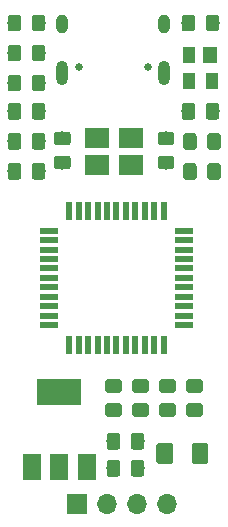
<source format=gbr>
%TF.GenerationSoftware,KiCad,Pcbnew,(5.1.2)-2*%
%TF.CreationDate,2020-02-06T17:00:50+08:00*%
%TF.ProjectId,wing-receiver-lite,77696e67-2d72-4656-9365-697665722d6c,rev?*%
%TF.SameCoordinates,Original*%
%TF.FileFunction,Soldermask,Top*%
%TF.FilePolarity,Negative*%
%FSLAX46Y46*%
G04 Gerber Fmt 4.6, Leading zero omitted, Abs format (unit mm)*
G04 Created by KiCad (PCBNEW (5.1.2)-2) date 2020-02-06 17:00:50*
%MOMM*%
%LPD*%
G04 APERTURE LIST*
%ADD10R,3.800000X2.200000*%
%ADD11R,1.500000X2.200000*%
%ADD12C,0.650000*%
%ADD13O,1.000000X2.100000*%
%ADD14O,1.000000X1.600000*%
%ADD15R,2.100000X1.800000*%
%ADD16R,0.550000X1.500000*%
%ADD17R,1.500000X0.550000*%
%ADD18C,0.350000*%
%ADD19C,1.150000*%
%ADD20O,1.700000X1.700000*%
%ADD21R,1.700000X1.700000*%
%ADD22C,1.425000*%
%ADD23R,1.000000X1.400000*%
%ADD24R,1.200000X1.400000*%
G04 APERTURE END LIST*
D10*
X75184000Y-125882000D03*
D11*
X72884000Y-132182000D03*
X75184000Y-132182000D03*
X77484000Y-132182000D03*
D12*
X82646000Y-98325000D03*
X76866000Y-98325000D03*
D13*
X75436000Y-98855000D03*
X84076000Y-98855000D03*
D14*
X75436000Y-94675000D03*
X84076000Y-94675000D03*
D15*
X78380000Y-104380000D03*
X81280000Y-104380000D03*
X81280000Y-106680000D03*
X78380000Y-106680000D03*
D16*
X84010000Y-121905000D03*
X83210000Y-121905000D03*
X82410000Y-121905000D03*
X81610000Y-121905000D03*
X80810000Y-121905000D03*
X80010000Y-121905000D03*
X79210000Y-121905000D03*
X78410000Y-121905000D03*
X77610000Y-121905000D03*
X76810000Y-121905000D03*
X76010000Y-121905000D03*
D17*
X74310000Y-120205000D03*
X74310000Y-119405000D03*
X74310000Y-118605000D03*
X74310000Y-117805000D03*
X74310000Y-117005000D03*
X74310000Y-116205000D03*
X74310000Y-115405000D03*
X74310000Y-114605000D03*
X74310000Y-113805000D03*
X74310000Y-113005000D03*
X74310000Y-112205000D03*
D16*
X76010000Y-110505000D03*
X76810000Y-110505000D03*
X77610000Y-110505000D03*
X78410000Y-110505000D03*
X79210000Y-110505000D03*
X80010000Y-110505000D03*
X80810000Y-110505000D03*
X81610000Y-110505000D03*
X82410000Y-110505000D03*
X83210000Y-110505000D03*
X84010000Y-110505000D03*
D17*
X85710000Y-112205000D03*
X85710000Y-113005000D03*
X85710000Y-113805000D03*
X85710000Y-114605000D03*
X85710000Y-115405000D03*
X85710000Y-116205000D03*
X85710000Y-117005000D03*
X85710000Y-117805000D03*
X85710000Y-118605000D03*
X85710000Y-119405000D03*
X85710000Y-120205000D03*
D18*
G36*
X71714505Y-101409204D02*
G01*
X71738773Y-101412804D01*
X71762572Y-101418765D01*
X71785671Y-101427030D01*
X71807850Y-101437520D01*
X71828893Y-101450132D01*
X71848599Y-101464747D01*
X71866777Y-101481223D01*
X71883253Y-101499401D01*
X71897868Y-101519107D01*
X71910480Y-101540150D01*
X71920970Y-101562329D01*
X71929235Y-101585428D01*
X71935196Y-101609227D01*
X71938796Y-101633495D01*
X71940000Y-101657999D01*
X71940000Y-102558001D01*
X71938796Y-102582505D01*
X71935196Y-102606773D01*
X71929235Y-102630572D01*
X71920970Y-102653671D01*
X71910480Y-102675850D01*
X71897868Y-102696893D01*
X71883253Y-102716599D01*
X71866777Y-102734777D01*
X71848599Y-102751253D01*
X71828893Y-102765868D01*
X71807850Y-102778480D01*
X71785671Y-102788970D01*
X71762572Y-102797235D01*
X71738773Y-102803196D01*
X71714505Y-102806796D01*
X71690001Y-102808000D01*
X71039999Y-102808000D01*
X71015495Y-102806796D01*
X70991227Y-102803196D01*
X70967428Y-102797235D01*
X70944329Y-102788970D01*
X70922150Y-102778480D01*
X70901107Y-102765868D01*
X70881401Y-102751253D01*
X70863223Y-102734777D01*
X70846747Y-102716599D01*
X70832132Y-102696893D01*
X70819520Y-102675850D01*
X70809030Y-102653671D01*
X70800765Y-102630572D01*
X70794804Y-102606773D01*
X70791204Y-102582505D01*
X70790000Y-102558001D01*
X70790000Y-101657999D01*
X70791204Y-101633495D01*
X70794804Y-101609227D01*
X70800765Y-101585428D01*
X70809030Y-101562329D01*
X70819520Y-101540150D01*
X70832132Y-101519107D01*
X70846747Y-101499401D01*
X70863223Y-101481223D01*
X70881401Y-101464747D01*
X70901107Y-101450132D01*
X70922150Y-101437520D01*
X70944329Y-101427030D01*
X70967428Y-101418765D01*
X70991227Y-101412804D01*
X71015495Y-101409204D01*
X71039999Y-101408000D01*
X71690001Y-101408000D01*
X71714505Y-101409204D01*
X71714505Y-101409204D01*
G37*
D19*
X71365000Y-102108000D03*
D18*
G36*
X73764505Y-101409204D02*
G01*
X73788773Y-101412804D01*
X73812572Y-101418765D01*
X73835671Y-101427030D01*
X73857850Y-101437520D01*
X73878893Y-101450132D01*
X73898599Y-101464747D01*
X73916777Y-101481223D01*
X73933253Y-101499401D01*
X73947868Y-101519107D01*
X73960480Y-101540150D01*
X73970970Y-101562329D01*
X73979235Y-101585428D01*
X73985196Y-101609227D01*
X73988796Y-101633495D01*
X73990000Y-101657999D01*
X73990000Y-102558001D01*
X73988796Y-102582505D01*
X73985196Y-102606773D01*
X73979235Y-102630572D01*
X73970970Y-102653671D01*
X73960480Y-102675850D01*
X73947868Y-102696893D01*
X73933253Y-102716599D01*
X73916777Y-102734777D01*
X73898599Y-102751253D01*
X73878893Y-102765868D01*
X73857850Y-102778480D01*
X73835671Y-102788970D01*
X73812572Y-102797235D01*
X73788773Y-102803196D01*
X73764505Y-102806796D01*
X73740001Y-102808000D01*
X73089999Y-102808000D01*
X73065495Y-102806796D01*
X73041227Y-102803196D01*
X73017428Y-102797235D01*
X72994329Y-102788970D01*
X72972150Y-102778480D01*
X72951107Y-102765868D01*
X72931401Y-102751253D01*
X72913223Y-102734777D01*
X72896747Y-102716599D01*
X72882132Y-102696893D01*
X72869520Y-102675850D01*
X72859030Y-102653671D01*
X72850765Y-102630572D01*
X72844804Y-102606773D01*
X72841204Y-102582505D01*
X72840000Y-102558001D01*
X72840000Y-101657999D01*
X72841204Y-101633495D01*
X72844804Y-101609227D01*
X72850765Y-101585428D01*
X72859030Y-101562329D01*
X72869520Y-101540150D01*
X72882132Y-101519107D01*
X72896747Y-101499401D01*
X72913223Y-101481223D01*
X72931401Y-101464747D01*
X72951107Y-101450132D01*
X72972150Y-101437520D01*
X72994329Y-101427030D01*
X73017428Y-101418765D01*
X73041227Y-101412804D01*
X73065495Y-101409204D01*
X73089999Y-101408000D01*
X73740001Y-101408000D01*
X73764505Y-101409204D01*
X73764505Y-101409204D01*
G37*
D19*
X73415000Y-102108000D03*
D18*
G36*
X88623505Y-106489204D02*
G01*
X88647773Y-106492804D01*
X88671572Y-106498765D01*
X88694671Y-106507030D01*
X88716850Y-106517520D01*
X88737893Y-106530132D01*
X88757599Y-106544747D01*
X88775777Y-106561223D01*
X88792253Y-106579401D01*
X88806868Y-106599107D01*
X88819480Y-106620150D01*
X88829970Y-106642329D01*
X88838235Y-106665428D01*
X88844196Y-106689227D01*
X88847796Y-106713495D01*
X88849000Y-106737999D01*
X88849000Y-107638001D01*
X88847796Y-107662505D01*
X88844196Y-107686773D01*
X88838235Y-107710572D01*
X88829970Y-107733671D01*
X88819480Y-107755850D01*
X88806868Y-107776893D01*
X88792253Y-107796599D01*
X88775777Y-107814777D01*
X88757599Y-107831253D01*
X88737893Y-107845868D01*
X88716850Y-107858480D01*
X88694671Y-107868970D01*
X88671572Y-107877235D01*
X88647773Y-107883196D01*
X88623505Y-107886796D01*
X88599001Y-107888000D01*
X87948999Y-107888000D01*
X87924495Y-107886796D01*
X87900227Y-107883196D01*
X87876428Y-107877235D01*
X87853329Y-107868970D01*
X87831150Y-107858480D01*
X87810107Y-107845868D01*
X87790401Y-107831253D01*
X87772223Y-107814777D01*
X87755747Y-107796599D01*
X87741132Y-107776893D01*
X87728520Y-107755850D01*
X87718030Y-107733671D01*
X87709765Y-107710572D01*
X87703804Y-107686773D01*
X87700204Y-107662505D01*
X87699000Y-107638001D01*
X87699000Y-106737999D01*
X87700204Y-106713495D01*
X87703804Y-106689227D01*
X87709765Y-106665428D01*
X87718030Y-106642329D01*
X87728520Y-106620150D01*
X87741132Y-106599107D01*
X87755747Y-106579401D01*
X87772223Y-106561223D01*
X87790401Y-106544747D01*
X87810107Y-106530132D01*
X87831150Y-106517520D01*
X87853329Y-106507030D01*
X87876428Y-106498765D01*
X87900227Y-106492804D01*
X87924495Y-106489204D01*
X87948999Y-106488000D01*
X88599001Y-106488000D01*
X88623505Y-106489204D01*
X88623505Y-106489204D01*
G37*
D19*
X88274000Y-107188000D03*
D18*
G36*
X86573505Y-106489204D02*
G01*
X86597773Y-106492804D01*
X86621572Y-106498765D01*
X86644671Y-106507030D01*
X86666850Y-106517520D01*
X86687893Y-106530132D01*
X86707599Y-106544747D01*
X86725777Y-106561223D01*
X86742253Y-106579401D01*
X86756868Y-106599107D01*
X86769480Y-106620150D01*
X86779970Y-106642329D01*
X86788235Y-106665428D01*
X86794196Y-106689227D01*
X86797796Y-106713495D01*
X86799000Y-106737999D01*
X86799000Y-107638001D01*
X86797796Y-107662505D01*
X86794196Y-107686773D01*
X86788235Y-107710572D01*
X86779970Y-107733671D01*
X86769480Y-107755850D01*
X86756868Y-107776893D01*
X86742253Y-107796599D01*
X86725777Y-107814777D01*
X86707599Y-107831253D01*
X86687893Y-107845868D01*
X86666850Y-107858480D01*
X86644671Y-107868970D01*
X86621572Y-107877235D01*
X86597773Y-107883196D01*
X86573505Y-107886796D01*
X86549001Y-107888000D01*
X85898999Y-107888000D01*
X85874495Y-107886796D01*
X85850227Y-107883196D01*
X85826428Y-107877235D01*
X85803329Y-107868970D01*
X85781150Y-107858480D01*
X85760107Y-107845868D01*
X85740401Y-107831253D01*
X85722223Y-107814777D01*
X85705747Y-107796599D01*
X85691132Y-107776893D01*
X85678520Y-107755850D01*
X85668030Y-107733671D01*
X85659765Y-107710572D01*
X85653804Y-107686773D01*
X85650204Y-107662505D01*
X85649000Y-107638001D01*
X85649000Y-106737999D01*
X85650204Y-106713495D01*
X85653804Y-106689227D01*
X85659765Y-106665428D01*
X85668030Y-106642329D01*
X85678520Y-106620150D01*
X85691132Y-106599107D01*
X85705747Y-106579401D01*
X85722223Y-106561223D01*
X85740401Y-106544747D01*
X85760107Y-106530132D01*
X85781150Y-106517520D01*
X85803329Y-106507030D01*
X85826428Y-106498765D01*
X85850227Y-106492804D01*
X85874495Y-106489204D01*
X85898999Y-106488000D01*
X86549001Y-106488000D01*
X86573505Y-106489204D01*
X86573505Y-106489204D01*
G37*
D19*
X86224000Y-107188000D03*
D18*
G36*
X71714505Y-106489204D02*
G01*
X71738773Y-106492804D01*
X71762572Y-106498765D01*
X71785671Y-106507030D01*
X71807850Y-106517520D01*
X71828893Y-106530132D01*
X71848599Y-106544747D01*
X71866777Y-106561223D01*
X71883253Y-106579401D01*
X71897868Y-106599107D01*
X71910480Y-106620150D01*
X71920970Y-106642329D01*
X71929235Y-106665428D01*
X71935196Y-106689227D01*
X71938796Y-106713495D01*
X71940000Y-106737999D01*
X71940000Y-107638001D01*
X71938796Y-107662505D01*
X71935196Y-107686773D01*
X71929235Y-107710572D01*
X71920970Y-107733671D01*
X71910480Y-107755850D01*
X71897868Y-107776893D01*
X71883253Y-107796599D01*
X71866777Y-107814777D01*
X71848599Y-107831253D01*
X71828893Y-107845868D01*
X71807850Y-107858480D01*
X71785671Y-107868970D01*
X71762572Y-107877235D01*
X71738773Y-107883196D01*
X71714505Y-107886796D01*
X71690001Y-107888000D01*
X71039999Y-107888000D01*
X71015495Y-107886796D01*
X70991227Y-107883196D01*
X70967428Y-107877235D01*
X70944329Y-107868970D01*
X70922150Y-107858480D01*
X70901107Y-107845868D01*
X70881401Y-107831253D01*
X70863223Y-107814777D01*
X70846747Y-107796599D01*
X70832132Y-107776893D01*
X70819520Y-107755850D01*
X70809030Y-107733671D01*
X70800765Y-107710572D01*
X70794804Y-107686773D01*
X70791204Y-107662505D01*
X70790000Y-107638001D01*
X70790000Y-106737999D01*
X70791204Y-106713495D01*
X70794804Y-106689227D01*
X70800765Y-106665428D01*
X70809030Y-106642329D01*
X70819520Y-106620150D01*
X70832132Y-106599107D01*
X70846747Y-106579401D01*
X70863223Y-106561223D01*
X70881401Y-106544747D01*
X70901107Y-106530132D01*
X70922150Y-106517520D01*
X70944329Y-106507030D01*
X70967428Y-106498765D01*
X70991227Y-106492804D01*
X71015495Y-106489204D01*
X71039999Y-106488000D01*
X71690001Y-106488000D01*
X71714505Y-106489204D01*
X71714505Y-106489204D01*
G37*
D19*
X71365000Y-107188000D03*
D18*
G36*
X73764505Y-106489204D02*
G01*
X73788773Y-106492804D01*
X73812572Y-106498765D01*
X73835671Y-106507030D01*
X73857850Y-106517520D01*
X73878893Y-106530132D01*
X73898599Y-106544747D01*
X73916777Y-106561223D01*
X73933253Y-106579401D01*
X73947868Y-106599107D01*
X73960480Y-106620150D01*
X73970970Y-106642329D01*
X73979235Y-106665428D01*
X73985196Y-106689227D01*
X73988796Y-106713495D01*
X73990000Y-106737999D01*
X73990000Y-107638001D01*
X73988796Y-107662505D01*
X73985196Y-107686773D01*
X73979235Y-107710572D01*
X73970970Y-107733671D01*
X73960480Y-107755850D01*
X73947868Y-107776893D01*
X73933253Y-107796599D01*
X73916777Y-107814777D01*
X73898599Y-107831253D01*
X73878893Y-107845868D01*
X73857850Y-107858480D01*
X73835671Y-107868970D01*
X73812572Y-107877235D01*
X73788773Y-107883196D01*
X73764505Y-107886796D01*
X73740001Y-107888000D01*
X73089999Y-107888000D01*
X73065495Y-107886796D01*
X73041227Y-107883196D01*
X73017428Y-107877235D01*
X72994329Y-107868970D01*
X72972150Y-107858480D01*
X72951107Y-107845868D01*
X72931401Y-107831253D01*
X72913223Y-107814777D01*
X72896747Y-107796599D01*
X72882132Y-107776893D01*
X72869520Y-107755850D01*
X72859030Y-107733671D01*
X72850765Y-107710572D01*
X72844804Y-107686773D01*
X72841204Y-107662505D01*
X72840000Y-107638001D01*
X72840000Y-106737999D01*
X72841204Y-106713495D01*
X72844804Y-106689227D01*
X72850765Y-106665428D01*
X72859030Y-106642329D01*
X72869520Y-106620150D01*
X72882132Y-106599107D01*
X72896747Y-106579401D01*
X72913223Y-106561223D01*
X72931401Y-106544747D01*
X72951107Y-106530132D01*
X72972150Y-106517520D01*
X72994329Y-106507030D01*
X73017428Y-106498765D01*
X73041227Y-106492804D01*
X73065495Y-106489204D01*
X73089999Y-106488000D01*
X73740001Y-106488000D01*
X73764505Y-106489204D01*
X73764505Y-106489204D01*
G37*
D19*
X73415000Y-107188000D03*
D18*
G36*
X71714505Y-96456204D02*
G01*
X71738773Y-96459804D01*
X71762572Y-96465765D01*
X71785671Y-96474030D01*
X71807850Y-96484520D01*
X71828893Y-96497132D01*
X71848599Y-96511747D01*
X71866777Y-96528223D01*
X71883253Y-96546401D01*
X71897868Y-96566107D01*
X71910480Y-96587150D01*
X71920970Y-96609329D01*
X71929235Y-96632428D01*
X71935196Y-96656227D01*
X71938796Y-96680495D01*
X71940000Y-96704999D01*
X71940000Y-97605001D01*
X71938796Y-97629505D01*
X71935196Y-97653773D01*
X71929235Y-97677572D01*
X71920970Y-97700671D01*
X71910480Y-97722850D01*
X71897868Y-97743893D01*
X71883253Y-97763599D01*
X71866777Y-97781777D01*
X71848599Y-97798253D01*
X71828893Y-97812868D01*
X71807850Y-97825480D01*
X71785671Y-97835970D01*
X71762572Y-97844235D01*
X71738773Y-97850196D01*
X71714505Y-97853796D01*
X71690001Y-97855000D01*
X71039999Y-97855000D01*
X71015495Y-97853796D01*
X70991227Y-97850196D01*
X70967428Y-97844235D01*
X70944329Y-97835970D01*
X70922150Y-97825480D01*
X70901107Y-97812868D01*
X70881401Y-97798253D01*
X70863223Y-97781777D01*
X70846747Y-97763599D01*
X70832132Y-97743893D01*
X70819520Y-97722850D01*
X70809030Y-97700671D01*
X70800765Y-97677572D01*
X70794804Y-97653773D01*
X70791204Y-97629505D01*
X70790000Y-97605001D01*
X70790000Y-96704999D01*
X70791204Y-96680495D01*
X70794804Y-96656227D01*
X70800765Y-96632428D01*
X70809030Y-96609329D01*
X70819520Y-96587150D01*
X70832132Y-96566107D01*
X70846747Y-96546401D01*
X70863223Y-96528223D01*
X70881401Y-96511747D01*
X70901107Y-96497132D01*
X70922150Y-96484520D01*
X70944329Y-96474030D01*
X70967428Y-96465765D01*
X70991227Y-96459804D01*
X71015495Y-96456204D01*
X71039999Y-96455000D01*
X71690001Y-96455000D01*
X71714505Y-96456204D01*
X71714505Y-96456204D01*
G37*
D19*
X71365000Y-97155000D03*
D18*
G36*
X73764505Y-96456204D02*
G01*
X73788773Y-96459804D01*
X73812572Y-96465765D01*
X73835671Y-96474030D01*
X73857850Y-96484520D01*
X73878893Y-96497132D01*
X73898599Y-96511747D01*
X73916777Y-96528223D01*
X73933253Y-96546401D01*
X73947868Y-96566107D01*
X73960480Y-96587150D01*
X73970970Y-96609329D01*
X73979235Y-96632428D01*
X73985196Y-96656227D01*
X73988796Y-96680495D01*
X73990000Y-96704999D01*
X73990000Y-97605001D01*
X73988796Y-97629505D01*
X73985196Y-97653773D01*
X73979235Y-97677572D01*
X73970970Y-97700671D01*
X73960480Y-97722850D01*
X73947868Y-97743893D01*
X73933253Y-97763599D01*
X73916777Y-97781777D01*
X73898599Y-97798253D01*
X73878893Y-97812868D01*
X73857850Y-97825480D01*
X73835671Y-97835970D01*
X73812572Y-97844235D01*
X73788773Y-97850196D01*
X73764505Y-97853796D01*
X73740001Y-97855000D01*
X73089999Y-97855000D01*
X73065495Y-97853796D01*
X73041227Y-97850196D01*
X73017428Y-97844235D01*
X72994329Y-97835970D01*
X72972150Y-97825480D01*
X72951107Y-97812868D01*
X72931401Y-97798253D01*
X72913223Y-97781777D01*
X72896747Y-97763599D01*
X72882132Y-97743893D01*
X72869520Y-97722850D01*
X72859030Y-97700671D01*
X72850765Y-97677572D01*
X72844804Y-97653773D01*
X72841204Y-97629505D01*
X72840000Y-97605001D01*
X72840000Y-96704999D01*
X72841204Y-96680495D01*
X72844804Y-96656227D01*
X72850765Y-96632428D01*
X72859030Y-96609329D01*
X72869520Y-96587150D01*
X72882132Y-96566107D01*
X72896747Y-96546401D01*
X72913223Y-96528223D01*
X72931401Y-96511747D01*
X72951107Y-96497132D01*
X72972150Y-96484520D01*
X72994329Y-96474030D01*
X73017428Y-96465765D01*
X73041227Y-96459804D01*
X73065495Y-96456204D01*
X73089999Y-96455000D01*
X73740001Y-96455000D01*
X73764505Y-96456204D01*
X73764505Y-96456204D01*
G37*
D19*
X73415000Y-97155000D03*
D18*
G36*
X73764505Y-103949204D02*
G01*
X73788773Y-103952804D01*
X73812572Y-103958765D01*
X73835671Y-103967030D01*
X73857850Y-103977520D01*
X73878893Y-103990132D01*
X73898599Y-104004747D01*
X73916777Y-104021223D01*
X73933253Y-104039401D01*
X73947868Y-104059107D01*
X73960480Y-104080150D01*
X73970970Y-104102329D01*
X73979235Y-104125428D01*
X73985196Y-104149227D01*
X73988796Y-104173495D01*
X73990000Y-104197999D01*
X73990000Y-105098001D01*
X73988796Y-105122505D01*
X73985196Y-105146773D01*
X73979235Y-105170572D01*
X73970970Y-105193671D01*
X73960480Y-105215850D01*
X73947868Y-105236893D01*
X73933253Y-105256599D01*
X73916777Y-105274777D01*
X73898599Y-105291253D01*
X73878893Y-105305868D01*
X73857850Y-105318480D01*
X73835671Y-105328970D01*
X73812572Y-105337235D01*
X73788773Y-105343196D01*
X73764505Y-105346796D01*
X73740001Y-105348000D01*
X73089999Y-105348000D01*
X73065495Y-105346796D01*
X73041227Y-105343196D01*
X73017428Y-105337235D01*
X72994329Y-105328970D01*
X72972150Y-105318480D01*
X72951107Y-105305868D01*
X72931401Y-105291253D01*
X72913223Y-105274777D01*
X72896747Y-105256599D01*
X72882132Y-105236893D01*
X72869520Y-105215850D01*
X72859030Y-105193671D01*
X72850765Y-105170572D01*
X72844804Y-105146773D01*
X72841204Y-105122505D01*
X72840000Y-105098001D01*
X72840000Y-104197999D01*
X72841204Y-104173495D01*
X72844804Y-104149227D01*
X72850765Y-104125428D01*
X72859030Y-104102329D01*
X72869520Y-104080150D01*
X72882132Y-104059107D01*
X72896747Y-104039401D01*
X72913223Y-104021223D01*
X72931401Y-104004747D01*
X72951107Y-103990132D01*
X72972150Y-103977520D01*
X72994329Y-103967030D01*
X73017428Y-103958765D01*
X73041227Y-103952804D01*
X73065495Y-103949204D01*
X73089999Y-103948000D01*
X73740001Y-103948000D01*
X73764505Y-103949204D01*
X73764505Y-103949204D01*
G37*
D19*
X73415000Y-104648000D03*
D18*
G36*
X71714505Y-103949204D02*
G01*
X71738773Y-103952804D01*
X71762572Y-103958765D01*
X71785671Y-103967030D01*
X71807850Y-103977520D01*
X71828893Y-103990132D01*
X71848599Y-104004747D01*
X71866777Y-104021223D01*
X71883253Y-104039401D01*
X71897868Y-104059107D01*
X71910480Y-104080150D01*
X71920970Y-104102329D01*
X71929235Y-104125428D01*
X71935196Y-104149227D01*
X71938796Y-104173495D01*
X71940000Y-104197999D01*
X71940000Y-105098001D01*
X71938796Y-105122505D01*
X71935196Y-105146773D01*
X71929235Y-105170572D01*
X71920970Y-105193671D01*
X71910480Y-105215850D01*
X71897868Y-105236893D01*
X71883253Y-105256599D01*
X71866777Y-105274777D01*
X71848599Y-105291253D01*
X71828893Y-105305868D01*
X71807850Y-105318480D01*
X71785671Y-105328970D01*
X71762572Y-105337235D01*
X71738773Y-105343196D01*
X71714505Y-105346796D01*
X71690001Y-105348000D01*
X71039999Y-105348000D01*
X71015495Y-105346796D01*
X70991227Y-105343196D01*
X70967428Y-105337235D01*
X70944329Y-105328970D01*
X70922150Y-105318480D01*
X70901107Y-105305868D01*
X70881401Y-105291253D01*
X70863223Y-105274777D01*
X70846747Y-105256599D01*
X70832132Y-105236893D01*
X70819520Y-105215850D01*
X70809030Y-105193671D01*
X70800765Y-105170572D01*
X70794804Y-105146773D01*
X70791204Y-105122505D01*
X70790000Y-105098001D01*
X70790000Y-104197999D01*
X70791204Y-104173495D01*
X70794804Y-104149227D01*
X70800765Y-104125428D01*
X70809030Y-104102329D01*
X70819520Y-104080150D01*
X70832132Y-104059107D01*
X70846747Y-104039401D01*
X70863223Y-104021223D01*
X70881401Y-104004747D01*
X70901107Y-103990132D01*
X70922150Y-103977520D01*
X70944329Y-103967030D01*
X70967428Y-103958765D01*
X70991227Y-103952804D01*
X71015495Y-103949204D01*
X71039999Y-103948000D01*
X71690001Y-103948000D01*
X71714505Y-103949204D01*
X71714505Y-103949204D01*
G37*
D19*
X71365000Y-104648000D03*
D18*
G36*
X86573505Y-103949204D02*
G01*
X86597773Y-103952804D01*
X86621572Y-103958765D01*
X86644671Y-103967030D01*
X86666850Y-103977520D01*
X86687893Y-103990132D01*
X86707599Y-104004747D01*
X86725777Y-104021223D01*
X86742253Y-104039401D01*
X86756868Y-104059107D01*
X86769480Y-104080150D01*
X86779970Y-104102329D01*
X86788235Y-104125428D01*
X86794196Y-104149227D01*
X86797796Y-104173495D01*
X86799000Y-104197999D01*
X86799000Y-105098001D01*
X86797796Y-105122505D01*
X86794196Y-105146773D01*
X86788235Y-105170572D01*
X86779970Y-105193671D01*
X86769480Y-105215850D01*
X86756868Y-105236893D01*
X86742253Y-105256599D01*
X86725777Y-105274777D01*
X86707599Y-105291253D01*
X86687893Y-105305868D01*
X86666850Y-105318480D01*
X86644671Y-105328970D01*
X86621572Y-105337235D01*
X86597773Y-105343196D01*
X86573505Y-105346796D01*
X86549001Y-105348000D01*
X85898999Y-105348000D01*
X85874495Y-105346796D01*
X85850227Y-105343196D01*
X85826428Y-105337235D01*
X85803329Y-105328970D01*
X85781150Y-105318480D01*
X85760107Y-105305868D01*
X85740401Y-105291253D01*
X85722223Y-105274777D01*
X85705747Y-105256599D01*
X85691132Y-105236893D01*
X85678520Y-105215850D01*
X85668030Y-105193671D01*
X85659765Y-105170572D01*
X85653804Y-105146773D01*
X85650204Y-105122505D01*
X85649000Y-105098001D01*
X85649000Y-104197999D01*
X85650204Y-104173495D01*
X85653804Y-104149227D01*
X85659765Y-104125428D01*
X85668030Y-104102329D01*
X85678520Y-104080150D01*
X85691132Y-104059107D01*
X85705747Y-104039401D01*
X85722223Y-104021223D01*
X85740401Y-104004747D01*
X85760107Y-103990132D01*
X85781150Y-103977520D01*
X85803329Y-103967030D01*
X85826428Y-103958765D01*
X85850227Y-103952804D01*
X85874495Y-103949204D01*
X85898999Y-103948000D01*
X86549001Y-103948000D01*
X86573505Y-103949204D01*
X86573505Y-103949204D01*
G37*
D19*
X86224000Y-104648000D03*
D18*
G36*
X88623505Y-103949204D02*
G01*
X88647773Y-103952804D01*
X88671572Y-103958765D01*
X88694671Y-103967030D01*
X88716850Y-103977520D01*
X88737893Y-103990132D01*
X88757599Y-104004747D01*
X88775777Y-104021223D01*
X88792253Y-104039401D01*
X88806868Y-104059107D01*
X88819480Y-104080150D01*
X88829970Y-104102329D01*
X88838235Y-104125428D01*
X88844196Y-104149227D01*
X88847796Y-104173495D01*
X88849000Y-104197999D01*
X88849000Y-105098001D01*
X88847796Y-105122505D01*
X88844196Y-105146773D01*
X88838235Y-105170572D01*
X88829970Y-105193671D01*
X88819480Y-105215850D01*
X88806868Y-105236893D01*
X88792253Y-105256599D01*
X88775777Y-105274777D01*
X88757599Y-105291253D01*
X88737893Y-105305868D01*
X88716850Y-105318480D01*
X88694671Y-105328970D01*
X88671572Y-105337235D01*
X88647773Y-105343196D01*
X88623505Y-105346796D01*
X88599001Y-105348000D01*
X87948999Y-105348000D01*
X87924495Y-105346796D01*
X87900227Y-105343196D01*
X87876428Y-105337235D01*
X87853329Y-105328970D01*
X87831150Y-105318480D01*
X87810107Y-105305868D01*
X87790401Y-105291253D01*
X87772223Y-105274777D01*
X87755747Y-105256599D01*
X87741132Y-105236893D01*
X87728520Y-105215850D01*
X87718030Y-105193671D01*
X87709765Y-105170572D01*
X87703804Y-105146773D01*
X87700204Y-105122505D01*
X87699000Y-105098001D01*
X87699000Y-104197999D01*
X87700204Y-104173495D01*
X87703804Y-104149227D01*
X87709765Y-104125428D01*
X87718030Y-104102329D01*
X87728520Y-104080150D01*
X87741132Y-104059107D01*
X87755747Y-104039401D01*
X87772223Y-104021223D01*
X87790401Y-104004747D01*
X87810107Y-103990132D01*
X87831150Y-103977520D01*
X87853329Y-103967030D01*
X87876428Y-103958765D01*
X87900227Y-103952804D01*
X87924495Y-103949204D01*
X87948999Y-103948000D01*
X88599001Y-103948000D01*
X88623505Y-103949204D01*
X88623505Y-103949204D01*
G37*
D19*
X88274000Y-104648000D03*
D18*
G36*
X88496505Y-101409204D02*
G01*
X88520773Y-101412804D01*
X88544572Y-101418765D01*
X88567671Y-101427030D01*
X88589850Y-101437520D01*
X88610893Y-101450132D01*
X88630599Y-101464747D01*
X88648777Y-101481223D01*
X88665253Y-101499401D01*
X88679868Y-101519107D01*
X88692480Y-101540150D01*
X88702970Y-101562329D01*
X88711235Y-101585428D01*
X88717196Y-101609227D01*
X88720796Y-101633495D01*
X88722000Y-101657999D01*
X88722000Y-102558001D01*
X88720796Y-102582505D01*
X88717196Y-102606773D01*
X88711235Y-102630572D01*
X88702970Y-102653671D01*
X88692480Y-102675850D01*
X88679868Y-102696893D01*
X88665253Y-102716599D01*
X88648777Y-102734777D01*
X88630599Y-102751253D01*
X88610893Y-102765868D01*
X88589850Y-102778480D01*
X88567671Y-102788970D01*
X88544572Y-102797235D01*
X88520773Y-102803196D01*
X88496505Y-102806796D01*
X88472001Y-102808000D01*
X87821999Y-102808000D01*
X87797495Y-102806796D01*
X87773227Y-102803196D01*
X87749428Y-102797235D01*
X87726329Y-102788970D01*
X87704150Y-102778480D01*
X87683107Y-102765868D01*
X87663401Y-102751253D01*
X87645223Y-102734777D01*
X87628747Y-102716599D01*
X87614132Y-102696893D01*
X87601520Y-102675850D01*
X87591030Y-102653671D01*
X87582765Y-102630572D01*
X87576804Y-102606773D01*
X87573204Y-102582505D01*
X87572000Y-102558001D01*
X87572000Y-101657999D01*
X87573204Y-101633495D01*
X87576804Y-101609227D01*
X87582765Y-101585428D01*
X87591030Y-101562329D01*
X87601520Y-101540150D01*
X87614132Y-101519107D01*
X87628747Y-101499401D01*
X87645223Y-101481223D01*
X87663401Y-101464747D01*
X87683107Y-101450132D01*
X87704150Y-101437520D01*
X87726329Y-101427030D01*
X87749428Y-101418765D01*
X87773227Y-101412804D01*
X87797495Y-101409204D01*
X87821999Y-101408000D01*
X88472001Y-101408000D01*
X88496505Y-101409204D01*
X88496505Y-101409204D01*
G37*
D19*
X88147000Y-102108000D03*
D18*
G36*
X86446505Y-101409204D02*
G01*
X86470773Y-101412804D01*
X86494572Y-101418765D01*
X86517671Y-101427030D01*
X86539850Y-101437520D01*
X86560893Y-101450132D01*
X86580599Y-101464747D01*
X86598777Y-101481223D01*
X86615253Y-101499401D01*
X86629868Y-101519107D01*
X86642480Y-101540150D01*
X86652970Y-101562329D01*
X86661235Y-101585428D01*
X86667196Y-101609227D01*
X86670796Y-101633495D01*
X86672000Y-101657999D01*
X86672000Y-102558001D01*
X86670796Y-102582505D01*
X86667196Y-102606773D01*
X86661235Y-102630572D01*
X86652970Y-102653671D01*
X86642480Y-102675850D01*
X86629868Y-102696893D01*
X86615253Y-102716599D01*
X86598777Y-102734777D01*
X86580599Y-102751253D01*
X86560893Y-102765868D01*
X86539850Y-102778480D01*
X86517671Y-102788970D01*
X86494572Y-102797235D01*
X86470773Y-102803196D01*
X86446505Y-102806796D01*
X86422001Y-102808000D01*
X85771999Y-102808000D01*
X85747495Y-102806796D01*
X85723227Y-102803196D01*
X85699428Y-102797235D01*
X85676329Y-102788970D01*
X85654150Y-102778480D01*
X85633107Y-102765868D01*
X85613401Y-102751253D01*
X85595223Y-102734777D01*
X85578747Y-102716599D01*
X85564132Y-102696893D01*
X85551520Y-102675850D01*
X85541030Y-102653671D01*
X85532765Y-102630572D01*
X85526804Y-102606773D01*
X85523204Y-102582505D01*
X85522000Y-102558001D01*
X85522000Y-101657999D01*
X85523204Y-101633495D01*
X85526804Y-101609227D01*
X85532765Y-101585428D01*
X85541030Y-101562329D01*
X85551520Y-101540150D01*
X85564132Y-101519107D01*
X85578747Y-101499401D01*
X85595223Y-101481223D01*
X85613401Y-101464747D01*
X85633107Y-101450132D01*
X85654150Y-101437520D01*
X85676329Y-101427030D01*
X85699428Y-101418765D01*
X85723227Y-101412804D01*
X85747495Y-101409204D01*
X85771999Y-101408000D01*
X86422001Y-101408000D01*
X86446505Y-101409204D01*
X86446505Y-101409204D01*
G37*
D19*
X86097000Y-102108000D03*
D18*
G36*
X88496505Y-93916204D02*
G01*
X88520773Y-93919804D01*
X88544572Y-93925765D01*
X88567671Y-93934030D01*
X88589850Y-93944520D01*
X88610893Y-93957132D01*
X88630599Y-93971747D01*
X88648777Y-93988223D01*
X88665253Y-94006401D01*
X88679868Y-94026107D01*
X88692480Y-94047150D01*
X88702970Y-94069329D01*
X88711235Y-94092428D01*
X88717196Y-94116227D01*
X88720796Y-94140495D01*
X88722000Y-94164999D01*
X88722000Y-95065001D01*
X88720796Y-95089505D01*
X88717196Y-95113773D01*
X88711235Y-95137572D01*
X88702970Y-95160671D01*
X88692480Y-95182850D01*
X88679868Y-95203893D01*
X88665253Y-95223599D01*
X88648777Y-95241777D01*
X88630599Y-95258253D01*
X88610893Y-95272868D01*
X88589850Y-95285480D01*
X88567671Y-95295970D01*
X88544572Y-95304235D01*
X88520773Y-95310196D01*
X88496505Y-95313796D01*
X88472001Y-95315000D01*
X87821999Y-95315000D01*
X87797495Y-95313796D01*
X87773227Y-95310196D01*
X87749428Y-95304235D01*
X87726329Y-95295970D01*
X87704150Y-95285480D01*
X87683107Y-95272868D01*
X87663401Y-95258253D01*
X87645223Y-95241777D01*
X87628747Y-95223599D01*
X87614132Y-95203893D01*
X87601520Y-95182850D01*
X87591030Y-95160671D01*
X87582765Y-95137572D01*
X87576804Y-95113773D01*
X87573204Y-95089505D01*
X87572000Y-95065001D01*
X87572000Y-94164999D01*
X87573204Y-94140495D01*
X87576804Y-94116227D01*
X87582765Y-94092428D01*
X87591030Y-94069329D01*
X87601520Y-94047150D01*
X87614132Y-94026107D01*
X87628747Y-94006401D01*
X87645223Y-93988223D01*
X87663401Y-93971747D01*
X87683107Y-93957132D01*
X87704150Y-93944520D01*
X87726329Y-93934030D01*
X87749428Y-93925765D01*
X87773227Y-93919804D01*
X87797495Y-93916204D01*
X87821999Y-93915000D01*
X88472001Y-93915000D01*
X88496505Y-93916204D01*
X88496505Y-93916204D01*
G37*
D19*
X88147000Y-94615000D03*
D18*
G36*
X86446505Y-93916204D02*
G01*
X86470773Y-93919804D01*
X86494572Y-93925765D01*
X86517671Y-93934030D01*
X86539850Y-93944520D01*
X86560893Y-93957132D01*
X86580599Y-93971747D01*
X86598777Y-93988223D01*
X86615253Y-94006401D01*
X86629868Y-94026107D01*
X86642480Y-94047150D01*
X86652970Y-94069329D01*
X86661235Y-94092428D01*
X86667196Y-94116227D01*
X86670796Y-94140495D01*
X86672000Y-94164999D01*
X86672000Y-95065001D01*
X86670796Y-95089505D01*
X86667196Y-95113773D01*
X86661235Y-95137572D01*
X86652970Y-95160671D01*
X86642480Y-95182850D01*
X86629868Y-95203893D01*
X86615253Y-95223599D01*
X86598777Y-95241777D01*
X86580599Y-95258253D01*
X86560893Y-95272868D01*
X86539850Y-95285480D01*
X86517671Y-95295970D01*
X86494572Y-95304235D01*
X86470773Y-95310196D01*
X86446505Y-95313796D01*
X86422001Y-95315000D01*
X85771999Y-95315000D01*
X85747495Y-95313796D01*
X85723227Y-95310196D01*
X85699428Y-95304235D01*
X85676329Y-95295970D01*
X85654150Y-95285480D01*
X85633107Y-95272868D01*
X85613401Y-95258253D01*
X85595223Y-95241777D01*
X85578747Y-95223599D01*
X85564132Y-95203893D01*
X85551520Y-95182850D01*
X85541030Y-95160671D01*
X85532765Y-95137572D01*
X85526804Y-95113773D01*
X85523204Y-95089505D01*
X85522000Y-95065001D01*
X85522000Y-94164999D01*
X85523204Y-94140495D01*
X85526804Y-94116227D01*
X85532765Y-94092428D01*
X85541030Y-94069329D01*
X85551520Y-94047150D01*
X85564132Y-94026107D01*
X85578747Y-94006401D01*
X85595223Y-93988223D01*
X85613401Y-93971747D01*
X85633107Y-93957132D01*
X85654150Y-93944520D01*
X85676329Y-93934030D01*
X85699428Y-93925765D01*
X85723227Y-93919804D01*
X85747495Y-93916204D01*
X85771999Y-93915000D01*
X86422001Y-93915000D01*
X86446505Y-93916204D01*
X86446505Y-93916204D01*
G37*
D19*
X86097000Y-94615000D03*
D18*
G36*
X71714505Y-93916204D02*
G01*
X71738773Y-93919804D01*
X71762572Y-93925765D01*
X71785671Y-93934030D01*
X71807850Y-93944520D01*
X71828893Y-93957132D01*
X71848599Y-93971747D01*
X71866777Y-93988223D01*
X71883253Y-94006401D01*
X71897868Y-94026107D01*
X71910480Y-94047150D01*
X71920970Y-94069329D01*
X71929235Y-94092428D01*
X71935196Y-94116227D01*
X71938796Y-94140495D01*
X71940000Y-94164999D01*
X71940000Y-95065001D01*
X71938796Y-95089505D01*
X71935196Y-95113773D01*
X71929235Y-95137572D01*
X71920970Y-95160671D01*
X71910480Y-95182850D01*
X71897868Y-95203893D01*
X71883253Y-95223599D01*
X71866777Y-95241777D01*
X71848599Y-95258253D01*
X71828893Y-95272868D01*
X71807850Y-95285480D01*
X71785671Y-95295970D01*
X71762572Y-95304235D01*
X71738773Y-95310196D01*
X71714505Y-95313796D01*
X71690001Y-95315000D01*
X71039999Y-95315000D01*
X71015495Y-95313796D01*
X70991227Y-95310196D01*
X70967428Y-95304235D01*
X70944329Y-95295970D01*
X70922150Y-95285480D01*
X70901107Y-95272868D01*
X70881401Y-95258253D01*
X70863223Y-95241777D01*
X70846747Y-95223599D01*
X70832132Y-95203893D01*
X70819520Y-95182850D01*
X70809030Y-95160671D01*
X70800765Y-95137572D01*
X70794804Y-95113773D01*
X70791204Y-95089505D01*
X70790000Y-95065001D01*
X70790000Y-94164999D01*
X70791204Y-94140495D01*
X70794804Y-94116227D01*
X70800765Y-94092428D01*
X70809030Y-94069329D01*
X70819520Y-94047150D01*
X70832132Y-94026107D01*
X70846747Y-94006401D01*
X70863223Y-93988223D01*
X70881401Y-93971747D01*
X70901107Y-93957132D01*
X70922150Y-93944520D01*
X70944329Y-93934030D01*
X70967428Y-93925765D01*
X70991227Y-93919804D01*
X71015495Y-93916204D01*
X71039999Y-93915000D01*
X71690001Y-93915000D01*
X71714505Y-93916204D01*
X71714505Y-93916204D01*
G37*
D19*
X71365000Y-94615000D03*
D18*
G36*
X73764505Y-93916204D02*
G01*
X73788773Y-93919804D01*
X73812572Y-93925765D01*
X73835671Y-93934030D01*
X73857850Y-93944520D01*
X73878893Y-93957132D01*
X73898599Y-93971747D01*
X73916777Y-93988223D01*
X73933253Y-94006401D01*
X73947868Y-94026107D01*
X73960480Y-94047150D01*
X73970970Y-94069329D01*
X73979235Y-94092428D01*
X73985196Y-94116227D01*
X73988796Y-94140495D01*
X73990000Y-94164999D01*
X73990000Y-95065001D01*
X73988796Y-95089505D01*
X73985196Y-95113773D01*
X73979235Y-95137572D01*
X73970970Y-95160671D01*
X73960480Y-95182850D01*
X73947868Y-95203893D01*
X73933253Y-95223599D01*
X73916777Y-95241777D01*
X73898599Y-95258253D01*
X73878893Y-95272868D01*
X73857850Y-95285480D01*
X73835671Y-95295970D01*
X73812572Y-95304235D01*
X73788773Y-95310196D01*
X73764505Y-95313796D01*
X73740001Y-95315000D01*
X73089999Y-95315000D01*
X73065495Y-95313796D01*
X73041227Y-95310196D01*
X73017428Y-95304235D01*
X72994329Y-95295970D01*
X72972150Y-95285480D01*
X72951107Y-95272868D01*
X72931401Y-95258253D01*
X72913223Y-95241777D01*
X72896747Y-95223599D01*
X72882132Y-95203893D01*
X72869520Y-95182850D01*
X72859030Y-95160671D01*
X72850765Y-95137572D01*
X72844804Y-95113773D01*
X72841204Y-95089505D01*
X72840000Y-95065001D01*
X72840000Y-94164999D01*
X72841204Y-94140495D01*
X72844804Y-94116227D01*
X72850765Y-94092428D01*
X72859030Y-94069329D01*
X72869520Y-94047150D01*
X72882132Y-94026107D01*
X72896747Y-94006401D01*
X72913223Y-93988223D01*
X72931401Y-93971747D01*
X72951107Y-93957132D01*
X72972150Y-93944520D01*
X72994329Y-93934030D01*
X73017428Y-93925765D01*
X73041227Y-93919804D01*
X73065495Y-93916204D01*
X73089999Y-93915000D01*
X73740001Y-93915000D01*
X73764505Y-93916204D01*
X73764505Y-93916204D01*
G37*
D19*
X73415000Y-94615000D03*
D20*
X84328000Y-135382000D03*
X81788000Y-135382000D03*
X79248000Y-135382000D03*
D21*
X76708000Y-135382000D03*
D18*
G36*
X87572504Y-130190204D02*
G01*
X87596773Y-130193804D01*
X87620571Y-130199765D01*
X87643671Y-130208030D01*
X87665849Y-130218520D01*
X87686893Y-130231133D01*
X87706598Y-130245747D01*
X87724777Y-130262223D01*
X87741253Y-130280402D01*
X87755867Y-130300107D01*
X87768480Y-130321151D01*
X87778970Y-130343329D01*
X87787235Y-130366429D01*
X87793196Y-130390227D01*
X87796796Y-130414496D01*
X87798000Y-130439000D01*
X87798000Y-131689000D01*
X87796796Y-131713504D01*
X87793196Y-131737773D01*
X87787235Y-131761571D01*
X87778970Y-131784671D01*
X87768480Y-131806849D01*
X87755867Y-131827893D01*
X87741253Y-131847598D01*
X87724777Y-131865777D01*
X87706598Y-131882253D01*
X87686893Y-131896867D01*
X87665849Y-131909480D01*
X87643671Y-131919970D01*
X87620571Y-131928235D01*
X87596773Y-131934196D01*
X87572504Y-131937796D01*
X87548000Y-131939000D01*
X86623000Y-131939000D01*
X86598496Y-131937796D01*
X86574227Y-131934196D01*
X86550429Y-131928235D01*
X86527329Y-131919970D01*
X86505151Y-131909480D01*
X86484107Y-131896867D01*
X86464402Y-131882253D01*
X86446223Y-131865777D01*
X86429747Y-131847598D01*
X86415133Y-131827893D01*
X86402520Y-131806849D01*
X86392030Y-131784671D01*
X86383765Y-131761571D01*
X86377804Y-131737773D01*
X86374204Y-131713504D01*
X86373000Y-131689000D01*
X86373000Y-130439000D01*
X86374204Y-130414496D01*
X86377804Y-130390227D01*
X86383765Y-130366429D01*
X86392030Y-130343329D01*
X86402520Y-130321151D01*
X86415133Y-130300107D01*
X86429747Y-130280402D01*
X86446223Y-130262223D01*
X86464402Y-130245747D01*
X86484107Y-130231133D01*
X86505151Y-130218520D01*
X86527329Y-130208030D01*
X86550429Y-130199765D01*
X86574227Y-130193804D01*
X86598496Y-130190204D01*
X86623000Y-130189000D01*
X87548000Y-130189000D01*
X87572504Y-130190204D01*
X87572504Y-130190204D01*
G37*
D22*
X87085500Y-131064000D03*
D18*
G36*
X84597504Y-130190204D02*
G01*
X84621773Y-130193804D01*
X84645571Y-130199765D01*
X84668671Y-130208030D01*
X84690849Y-130218520D01*
X84711893Y-130231133D01*
X84731598Y-130245747D01*
X84749777Y-130262223D01*
X84766253Y-130280402D01*
X84780867Y-130300107D01*
X84793480Y-130321151D01*
X84803970Y-130343329D01*
X84812235Y-130366429D01*
X84818196Y-130390227D01*
X84821796Y-130414496D01*
X84823000Y-130439000D01*
X84823000Y-131689000D01*
X84821796Y-131713504D01*
X84818196Y-131737773D01*
X84812235Y-131761571D01*
X84803970Y-131784671D01*
X84793480Y-131806849D01*
X84780867Y-131827893D01*
X84766253Y-131847598D01*
X84749777Y-131865777D01*
X84731598Y-131882253D01*
X84711893Y-131896867D01*
X84690849Y-131909480D01*
X84668671Y-131919970D01*
X84645571Y-131928235D01*
X84621773Y-131934196D01*
X84597504Y-131937796D01*
X84573000Y-131939000D01*
X83648000Y-131939000D01*
X83623496Y-131937796D01*
X83599227Y-131934196D01*
X83575429Y-131928235D01*
X83552329Y-131919970D01*
X83530151Y-131909480D01*
X83509107Y-131896867D01*
X83489402Y-131882253D01*
X83471223Y-131865777D01*
X83454747Y-131847598D01*
X83440133Y-131827893D01*
X83427520Y-131806849D01*
X83417030Y-131784671D01*
X83408765Y-131761571D01*
X83402804Y-131737773D01*
X83399204Y-131713504D01*
X83398000Y-131689000D01*
X83398000Y-130439000D01*
X83399204Y-130414496D01*
X83402804Y-130390227D01*
X83408765Y-130366429D01*
X83417030Y-130343329D01*
X83427520Y-130321151D01*
X83440133Y-130300107D01*
X83454747Y-130280402D01*
X83471223Y-130262223D01*
X83489402Y-130245747D01*
X83509107Y-130231133D01*
X83530151Y-130218520D01*
X83552329Y-130208030D01*
X83575429Y-130199765D01*
X83599227Y-130193804D01*
X83623496Y-130190204D01*
X83648000Y-130189000D01*
X84573000Y-130189000D01*
X84597504Y-130190204D01*
X84597504Y-130190204D01*
G37*
D22*
X84110500Y-131064000D03*
D23*
X88072000Y-99525000D03*
X86172000Y-99525000D03*
X86172000Y-97325000D03*
D24*
X87892000Y-97325000D03*
D18*
G36*
X82146505Y-131635204D02*
G01*
X82170773Y-131638804D01*
X82194572Y-131644765D01*
X82217671Y-131653030D01*
X82239850Y-131663520D01*
X82260893Y-131676132D01*
X82280599Y-131690747D01*
X82298777Y-131707223D01*
X82315253Y-131725401D01*
X82329868Y-131745107D01*
X82342480Y-131766150D01*
X82352970Y-131788329D01*
X82361235Y-131811428D01*
X82367196Y-131835227D01*
X82370796Y-131859495D01*
X82372000Y-131883999D01*
X82372000Y-132784001D01*
X82370796Y-132808505D01*
X82367196Y-132832773D01*
X82361235Y-132856572D01*
X82352970Y-132879671D01*
X82342480Y-132901850D01*
X82329868Y-132922893D01*
X82315253Y-132942599D01*
X82298777Y-132960777D01*
X82280599Y-132977253D01*
X82260893Y-132991868D01*
X82239850Y-133004480D01*
X82217671Y-133014970D01*
X82194572Y-133023235D01*
X82170773Y-133029196D01*
X82146505Y-133032796D01*
X82122001Y-133034000D01*
X81471999Y-133034000D01*
X81447495Y-133032796D01*
X81423227Y-133029196D01*
X81399428Y-133023235D01*
X81376329Y-133014970D01*
X81354150Y-133004480D01*
X81333107Y-132991868D01*
X81313401Y-132977253D01*
X81295223Y-132960777D01*
X81278747Y-132942599D01*
X81264132Y-132922893D01*
X81251520Y-132901850D01*
X81241030Y-132879671D01*
X81232765Y-132856572D01*
X81226804Y-132832773D01*
X81223204Y-132808505D01*
X81222000Y-132784001D01*
X81222000Y-131883999D01*
X81223204Y-131859495D01*
X81226804Y-131835227D01*
X81232765Y-131811428D01*
X81241030Y-131788329D01*
X81251520Y-131766150D01*
X81264132Y-131745107D01*
X81278747Y-131725401D01*
X81295223Y-131707223D01*
X81313401Y-131690747D01*
X81333107Y-131676132D01*
X81354150Y-131663520D01*
X81376329Y-131653030D01*
X81399428Y-131644765D01*
X81423227Y-131638804D01*
X81447495Y-131635204D01*
X81471999Y-131634000D01*
X82122001Y-131634000D01*
X82146505Y-131635204D01*
X82146505Y-131635204D01*
G37*
D19*
X81797000Y-132334000D03*
D18*
G36*
X80096505Y-131635204D02*
G01*
X80120773Y-131638804D01*
X80144572Y-131644765D01*
X80167671Y-131653030D01*
X80189850Y-131663520D01*
X80210893Y-131676132D01*
X80230599Y-131690747D01*
X80248777Y-131707223D01*
X80265253Y-131725401D01*
X80279868Y-131745107D01*
X80292480Y-131766150D01*
X80302970Y-131788329D01*
X80311235Y-131811428D01*
X80317196Y-131835227D01*
X80320796Y-131859495D01*
X80322000Y-131883999D01*
X80322000Y-132784001D01*
X80320796Y-132808505D01*
X80317196Y-132832773D01*
X80311235Y-132856572D01*
X80302970Y-132879671D01*
X80292480Y-132901850D01*
X80279868Y-132922893D01*
X80265253Y-132942599D01*
X80248777Y-132960777D01*
X80230599Y-132977253D01*
X80210893Y-132991868D01*
X80189850Y-133004480D01*
X80167671Y-133014970D01*
X80144572Y-133023235D01*
X80120773Y-133029196D01*
X80096505Y-133032796D01*
X80072001Y-133034000D01*
X79421999Y-133034000D01*
X79397495Y-133032796D01*
X79373227Y-133029196D01*
X79349428Y-133023235D01*
X79326329Y-133014970D01*
X79304150Y-133004480D01*
X79283107Y-132991868D01*
X79263401Y-132977253D01*
X79245223Y-132960777D01*
X79228747Y-132942599D01*
X79214132Y-132922893D01*
X79201520Y-132901850D01*
X79191030Y-132879671D01*
X79182765Y-132856572D01*
X79176804Y-132832773D01*
X79173204Y-132808505D01*
X79172000Y-132784001D01*
X79172000Y-131883999D01*
X79173204Y-131859495D01*
X79176804Y-131835227D01*
X79182765Y-131811428D01*
X79191030Y-131788329D01*
X79201520Y-131766150D01*
X79214132Y-131745107D01*
X79228747Y-131725401D01*
X79245223Y-131707223D01*
X79263401Y-131690747D01*
X79283107Y-131676132D01*
X79304150Y-131663520D01*
X79326329Y-131653030D01*
X79349428Y-131644765D01*
X79373227Y-131638804D01*
X79397495Y-131635204D01*
X79421999Y-131634000D01*
X80072001Y-131634000D01*
X80096505Y-131635204D01*
X80096505Y-131635204D01*
G37*
D19*
X79747000Y-132334000D03*
D18*
G36*
X82146505Y-129349204D02*
G01*
X82170773Y-129352804D01*
X82194572Y-129358765D01*
X82217671Y-129367030D01*
X82239850Y-129377520D01*
X82260893Y-129390132D01*
X82280599Y-129404747D01*
X82298777Y-129421223D01*
X82315253Y-129439401D01*
X82329868Y-129459107D01*
X82342480Y-129480150D01*
X82352970Y-129502329D01*
X82361235Y-129525428D01*
X82367196Y-129549227D01*
X82370796Y-129573495D01*
X82372000Y-129597999D01*
X82372000Y-130498001D01*
X82370796Y-130522505D01*
X82367196Y-130546773D01*
X82361235Y-130570572D01*
X82352970Y-130593671D01*
X82342480Y-130615850D01*
X82329868Y-130636893D01*
X82315253Y-130656599D01*
X82298777Y-130674777D01*
X82280599Y-130691253D01*
X82260893Y-130705868D01*
X82239850Y-130718480D01*
X82217671Y-130728970D01*
X82194572Y-130737235D01*
X82170773Y-130743196D01*
X82146505Y-130746796D01*
X82122001Y-130748000D01*
X81471999Y-130748000D01*
X81447495Y-130746796D01*
X81423227Y-130743196D01*
X81399428Y-130737235D01*
X81376329Y-130728970D01*
X81354150Y-130718480D01*
X81333107Y-130705868D01*
X81313401Y-130691253D01*
X81295223Y-130674777D01*
X81278747Y-130656599D01*
X81264132Y-130636893D01*
X81251520Y-130615850D01*
X81241030Y-130593671D01*
X81232765Y-130570572D01*
X81226804Y-130546773D01*
X81223204Y-130522505D01*
X81222000Y-130498001D01*
X81222000Y-129597999D01*
X81223204Y-129573495D01*
X81226804Y-129549227D01*
X81232765Y-129525428D01*
X81241030Y-129502329D01*
X81251520Y-129480150D01*
X81264132Y-129459107D01*
X81278747Y-129439401D01*
X81295223Y-129421223D01*
X81313401Y-129404747D01*
X81333107Y-129390132D01*
X81354150Y-129377520D01*
X81376329Y-129367030D01*
X81399428Y-129358765D01*
X81423227Y-129352804D01*
X81447495Y-129349204D01*
X81471999Y-129348000D01*
X82122001Y-129348000D01*
X82146505Y-129349204D01*
X82146505Y-129349204D01*
G37*
D19*
X81797000Y-130048000D03*
D18*
G36*
X80096505Y-129349204D02*
G01*
X80120773Y-129352804D01*
X80144572Y-129358765D01*
X80167671Y-129367030D01*
X80189850Y-129377520D01*
X80210893Y-129390132D01*
X80230599Y-129404747D01*
X80248777Y-129421223D01*
X80265253Y-129439401D01*
X80279868Y-129459107D01*
X80292480Y-129480150D01*
X80302970Y-129502329D01*
X80311235Y-129525428D01*
X80317196Y-129549227D01*
X80320796Y-129573495D01*
X80322000Y-129597999D01*
X80322000Y-130498001D01*
X80320796Y-130522505D01*
X80317196Y-130546773D01*
X80311235Y-130570572D01*
X80302970Y-130593671D01*
X80292480Y-130615850D01*
X80279868Y-130636893D01*
X80265253Y-130656599D01*
X80248777Y-130674777D01*
X80230599Y-130691253D01*
X80210893Y-130705868D01*
X80189850Y-130718480D01*
X80167671Y-130728970D01*
X80144572Y-130737235D01*
X80120773Y-130743196D01*
X80096505Y-130746796D01*
X80072001Y-130748000D01*
X79421999Y-130748000D01*
X79397495Y-130746796D01*
X79373227Y-130743196D01*
X79349428Y-130737235D01*
X79326329Y-130728970D01*
X79304150Y-130718480D01*
X79283107Y-130705868D01*
X79263401Y-130691253D01*
X79245223Y-130674777D01*
X79228747Y-130656599D01*
X79214132Y-130636893D01*
X79201520Y-130615850D01*
X79191030Y-130593671D01*
X79182765Y-130570572D01*
X79176804Y-130546773D01*
X79173204Y-130522505D01*
X79172000Y-130498001D01*
X79172000Y-129597999D01*
X79173204Y-129573495D01*
X79176804Y-129549227D01*
X79182765Y-129525428D01*
X79191030Y-129502329D01*
X79201520Y-129480150D01*
X79214132Y-129459107D01*
X79228747Y-129439401D01*
X79245223Y-129421223D01*
X79263401Y-129404747D01*
X79283107Y-129390132D01*
X79304150Y-129377520D01*
X79326329Y-129367030D01*
X79349428Y-129358765D01*
X79373227Y-129352804D01*
X79397495Y-129349204D01*
X79421999Y-129348000D01*
X80072001Y-129348000D01*
X80096505Y-129349204D01*
X80096505Y-129349204D01*
G37*
D19*
X79747000Y-130048000D03*
D18*
G36*
X80230505Y-126816204D02*
G01*
X80254773Y-126819804D01*
X80278572Y-126825765D01*
X80301671Y-126834030D01*
X80323850Y-126844520D01*
X80344893Y-126857132D01*
X80364599Y-126871747D01*
X80382777Y-126888223D01*
X80399253Y-126906401D01*
X80413868Y-126926107D01*
X80426480Y-126947150D01*
X80436970Y-126969329D01*
X80445235Y-126992428D01*
X80451196Y-127016227D01*
X80454796Y-127040495D01*
X80456000Y-127064999D01*
X80456000Y-127715001D01*
X80454796Y-127739505D01*
X80451196Y-127763773D01*
X80445235Y-127787572D01*
X80436970Y-127810671D01*
X80426480Y-127832850D01*
X80413868Y-127853893D01*
X80399253Y-127873599D01*
X80382777Y-127891777D01*
X80364599Y-127908253D01*
X80344893Y-127922868D01*
X80323850Y-127935480D01*
X80301671Y-127945970D01*
X80278572Y-127954235D01*
X80254773Y-127960196D01*
X80230505Y-127963796D01*
X80206001Y-127965000D01*
X79305999Y-127965000D01*
X79281495Y-127963796D01*
X79257227Y-127960196D01*
X79233428Y-127954235D01*
X79210329Y-127945970D01*
X79188150Y-127935480D01*
X79167107Y-127922868D01*
X79147401Y-127908253D01*
X79129223Y-127891777D01*
X79112747Y-127873599D01*
X79098132Y-127853893D01*
X79085520Y-127832850D01*
X79075030Y-127810671D01*
X79066765Y-127787572D01*
X79060804Y-127763773D01*
X79057204Y-127739505D01*
X79056000Y-127715001D01*
X79056000Y-127064999D01*
X79057204Y-127040495D01*
X79060804Y-127016227D01*
X79066765Y-126992428D01*
X79075030Y-126969329D01*
X79085520Y-126947150D01*
X79098132Y-126926107D01*
X79112747Y-126906401D01*
X79129223Y-126888223D01*
X79147401Y-126871747D01*
X79167107Y-126857132D01*
X79188150Y-126844520D01*
X79210329Y-126834030D01*
X79233428Y-126825765D01*
X79257227Y-126819804D01*
X79281495Y-126816204D01*
X79305999Y-126815000D01*
X80206001Y-126815000D01*
X80230505Y-126816204D01*
X80230505Y-126816204D01*
G37*
D19*
X79756000Y-127390000D03*
D18*
G36*
X80230505Y-124766204D02*
G01*
X80254773Y-124769804D01*
X80278572Y-124775765D01*
X80301671Y-124784030D01*
X80323850Y-124794520D01*
X80344893Y-124807132D01*
X80364599Y-124821747D01*
X80382777Y-124838223D01*
X80399253Y-124856401D01*
X80413868Y-124876107D01*
X80426480Y-124897150D01*
X80436970Y-124919329D01*
X80445235Y-124942428D01*
X80451196Y-124966227D01*
X80454796Y-124990495D01*
X80456000Y-125014999D01*
X80456000Y-125665001D01*
X80454796Y-125689505D01*
X80451196Y-125713773D01*
X80445235Y-125737572D01*
X80436970Y-125760671D01*
X80426480Y-125782850D01*
X80413868Y-125803893D01*
X80399253Y-125823599D01*
X80382777Y-125841777D01*
X80364599Y-125858253D01*
X80344893Y-125872868D01*
X80323850Y-125885480D01*
X80301671Y-125895970D01*
X80278572Y-125904235D01*
X80254773Y-125910196D01*
X80230505Y-125913796D01*
X80206001Y-125915000D01*
X79305999Y-125915000D01*
X79281495Y-125913796D01*
X79257227Y-125910196D01*
X79233428Y-125904235D01*
X79210329Y-125895970D01*
X79188150Y-125885480D01*
X79167107Y-125872868D01*
X79147401Y-125858253D01*
X79129223Y-125841777D01*
X79112747Y-125823599D01*
X79098132Y-125803893D01*
X79085520Y-125782850D01*
X79075030Y-125760671D01*
X79066765Y-125737572D01*
X79060804Y-125713773D01*
X79057204Y-125689505D01*
X79056000Y-125665001D01*
X79056000Y-125014999D01*
X79057204Y-124990495D01*
X79060804Y-124966227D01*
X79066765Y-124942428D01*
X79075030Y-124919329D01*
X79085520Y-124897150D01*
X79098132Y-124876107D01*
X79112747Y-124856401D01*
X79129223Y-124838223D01*
X79147401Y-124821747D01*
X79167107Y-124807132D01*
X79188150Y-124794520D01*
X79210329Y-124784030D01*
X79233428Y-124775765D01*
X79257227Y-124769804D01*
X79281495Y-124766204D01*
X79305999Y-124765000D01*
X80206001Y-124765000D01*
X80230505Y-124766204D01*
X80230505Y-124766204D01*
G37*
D19*
X79756000Y-125340000D03*
D18*
G36*
X82516505Y-126816204D02*
G01*
X82540773Y-126819804D01*
X82564572Y-126825765D01*
X82587671Y-126834030D01*
X82609850Y-126844520D01*
X82630893Y-126857132D01*
X82650599Y-126871747D01*
X82668777Y-126888223D01*
X82685253Y-126906401D01*
X82699868Y-126926107D01*
X82712480Y-126947150D01*
X82722970Y-126969329D01*
X82731235Y-126992428D01*
X82737196Y-127016227D01*
X82740796Y-127040495D01*
X82742000Y-127064999D01*
X82742000Y-127715001D01*
X82740796Y-127739505D01*
X82737196Y-127763773D01*
X82731235Y-127787572D01*
X82722970Y-127810671D01*
X82712480Y-127832850D01*
X82699868Y-127853893D01*
X82685253Y-127873599D01*
X82668777Y-127891777D01*
X82650599Y-127908253D01*
X82630893Y-127922868D01*
X82609850Y-127935480D01*
X82587671Y-127945970D01*
X82564572Y-127954235D01*
X82540773Y-127960196D01*
X82516505Y-127963796D01*
X82492001Y-127965000D01*
X81591999Y-127965000D01*
X81567495Y-127963796D01*
X81543227Y-127960196D01*
X81519428Y-127954235D01*
X81496329Y-127945970D01*
X81474150Y-127935480D01*
X81453107Y-127922868D01*
X81433401Y-127908253D01*
X81415223Y-127891777D01*
X81398747Y-127873599D01*
X81384132Y-127853893D01*
X81371520Y-127832850D01*
X81361030Y-127810671D01*
X81352765Y-127787572D01*
X81346804Y-127763773D01*
X81343204Y-127739505D01*
X81342000Y-127715001D01*
X81342000Y-127064999D01*
X81343204Y-127040495D01*
X81346804Y-127016227D01*
X81352765Y-126992428D01*
X81361030Y-126969329D01*
X81371520Y-126947150D01*
X81384132Y-126926107D01*
X81398747Y-126906401D01*
X81415223Y-126888223D01*
X81433401Y-126871747D01*
X81453107Y-126857132D01*
X81474150Y-126844520D01*
X81496329Y-126834030D01*
X81519428Y-126825765D01*
X81543227Y-126819804D01*
X81567495Y-126816204D01*
X81591999Y-126815000D01*
X82492001Y-126815000D01*
X82516505Y-126816204D01*
X82516505Y-126816204D01*
G37*
D19*
X82042000Y-127390000D03*
D18*
G36*
X82516505Y-124766204D02*
G01*
X82540773Y-124769804D01*
X82564572Y-124775765D01*
X82587671Y-124784030D01*
X82609850Y-124794520D01*
X82630893Y-124807132D01*
X82650599Y-124821747D01*
X82668777Y-124838223D01*
X82685253Y-124856401D01*
X82699868Y-124876107D01*
X82712480Y-124897150D01*
X82722970Y-124919329D01*
X82731235Y-124942428D01*
X82737196Y-124966227D01*
X82740796Y-124990495D01*
X82742000Y-125014999D01*
X82742000Y-125665001D01*
X82740796Y-125689505D01*
X82737196Y-125713773D01*
X82731235Y-125737572D01*
X82722970Y-125760671D01*
X82712480Y-125782850D01*
X82699868Y-125803893D01*
X82685253Y-125823599D01*
X82668777Y-125841777D01*
X82650599Y-125858253D01*
X82630893Y-125872868D01*
X82609850Y-125885480D01*
X82587671Y-125895970D01*
X82564572Y-125904235D01*
X82540773Y-125910196D01*
X82516505Y-125913796D01*
X82492001Y-125915000D01*
X81591999Y-125915000D01*
X81567495Y-125913796D01*
X81543227Y-125910196D01*
X81519428Y-125904235D01*
X81496329Y-125895970D01*
X81474150Y-125885480D01*
X81453107Y-125872868D01*
X81433401Y-125858253D01*
X81415223Y-125841777D01*
X81398747Y-125823599D01*
X81384132Y-125803893D01*
X81371520Y-125782850D01*
X81361030Y-125760671D01*
X81352765Y-125737572D01*
X81346804Y-125713773D01*
X81343204Y-125689505D01*
X81342000Y-125665001D01*
X81342000Y-125014999D01*
X81343204Y-124990495D01*
X81346804Y-124966227D01*
X81352765Y-124942428D01*
X81361030Y-124919329D01*
X81371520Y-124897150D01*
X81384132Y-124876107D01*
X81398747Y-124856401D01*
X81415223Y-124838223D01*
X81433401Y-124821747D01*
X81453107Y-124807132D01*
X81474150Y-124794520D01*
X81496329Y-124784030D01*
X81519428Y-124775765D01*
X81543227Y-124769804D01*
X81567495Y-124766204D01*
X81591999Y-124765000D01*
X82492001Y-124765000D01*
X82516505Y-124766204D01*
X82516505Y-124766204D01*
G37*
D19*
X82042000Y-125340000D03*
D18*
G36*
X87088505Y-126816204D02*
G01*
X87112773Y-126819804D01*
X87136572Y-126825765D01*
X87159671Y-126834030D01*
X87181850Y-126844520D01*
X87202893Y-126857132D01*
X87222599Y-126871747D01*
X87240777Y-126888223D01*
X87257253Y-126906401D01*
X87271868Y-126926107D01*
X87284480Y-126947150D01*
X87294970Y-126969329D01*
X87303235Y-126992428D01*
X87309196Y-127016227D01*
X87312796Y-127040495D01*
X87314000Y-127064999D01*
X87314000Y-127715001D01*
X87312796Y-127739505D01*
X87309196Y-127763773D01*
X87303235Y-127787572D01*
X87294970Y-127810671D01*
X87284480Y-127832850D01*
X87271868Y-127853893D01*
X87257253Y-127873599D01*
X87240777Y-127891777D01*
X87222599Y-127908253D01*
X87202893Y-127922868D01*
X87181850Y-127935480D01*
X87159671Y-127945970D01*
X87136572Y-127954235D01*
X87112773Y-127960196D01*
X87088505Y-127963796D01*
X87064001Y-127965000D01*
X86163999Y-127965000D01*
X86139495Y-127963796D01*
X86115227Y-127960196D01*
X86091428Y-127954235D01*
X86068329Y-127945970D01*
X86046150Y-127935480D01*
X86025107Y-127922868D01*
X86005401Y-127908253D01*
X85987223Y-127891777D01*
X85970747Y-127873599D01*
X85956132Y-127853893D01*
X85943520Y-127832850D01*
X85933030Y-127810671D01*
X85924765Y-127787572D01*
X85918804Y-127763773D01*
X85915204Y-127739505D01*
X85914000Y-127715001D01*
X85914000Y-127064999D01*
X85915204Y-127040495D01*
X85918804Y-127016227D01*
X85924765Y-126992428D01*
X85933030Y-126969329D01*
X85943520Y-126947150D01*
X85956132Y-126926107D01*
X85970747Y-126906401D01*
X85987223Y-126888223D01*
X86005401Y-126871747D01*
X86025107Y-126857132D01*
X86046150Y-126844520D01*
X86068329Y-126834030D01*
X86091428Y-126825765D01*
X86115227Y-126819804D01*
X86139495Y-126816204D01*
X86163999Y-126815000D01*
X87064001Y-126815000D01*
X87088505Y-126816204D01*
X87088505Y-126816204D01*
G37*
D19*
X86614000Y-127390000D03*
D18*
G36*
X87088505Y-124766204D02*
G01*
X87112773Y-124769804D01*
X87136572Y-124775765D01*
X87159671Y-124784030D01*
X87181850Y-124794520D01*
X87202893Y-124807132D01*
X87222599Y-124821747D01*
X87240777Y-124838223D01*
X87257253Y-124856401D01*
X87271868Y-124876107D01*
X87284480Y-124897150D01*
X87294970Y-124919329D01*
X87303235Y-124942428D01*
X87309196Y-124966227D01*
X87312796Y-124990495D01*
X87314000Y-125014999D01*
X87314000Y-125665001D01*
X87312796Y-125689505D01*
X87309196Y-125713773D01*
X87303235Y-125737572D01*
X87294970Y-125760671D01*
X87284480Y-125782850D01*
X87271868Y-125803893D01*
X87257253Y-125823599D01*
X87240777Y-125841777D01*
X87222599Y-125858253D01*
X87202893Y-125872868D01*
X87181850Y-125885480D01*
X87159671Y-125895970D01*
X87136572Y-125904235D01*
X87112773Y-125910196D01*
X87088505Y-125913796D01*
X87064001Y-125915000D01*
X86163999Y-125915000D01*
X86139495Y-125913796D01*
X86115227Y-125910196D01*
X86091428Y-125904235D01*
X86068329Y-125895970D01*
X86046150Y-125885480D01*
X86025107Y-125872868D01*
X86005401Y-125858253D01*
X85987223Y-125841777D01*
X85970747Y-125823599D01*
X85956132Y-125803893D01*
X85943520Y-125782850D01*
X85933030Y-125760671D01*
X85924765Y-125737572D01*
X85918804Y-125713773D01*
X85915204Y-125689505D01*
X85914000Y-125665001D01*
X85914000Y-125014999D01*
X85915204Y-124990495D01*
X85918804Y-124966227D01*
X85924765Y-124942428D01*
X85933030Y-124919329D01*
X85943520Y-124897150D01*
X85956132Y-124876107D01*
X85970747Y-124856401D01*
X85987223Y-124838223D01*
X86005401Y-124821747D01*
X86025107Y-124807132D01*
X86046150Y-124794520D01*
X86068329Y-124784030D01*
X86091428Y-124775765D01*
X86115227Y-124769804D01*
X86139495Y-124766204D01*
X86163999Y-124765000D01*
X87064001Y-124765000D01*
X87088505Y-124766204D01*
X87088505Y-124766204D01*
G37*
D19*
X86614000Y-125340000D03*
D18*
G36*
X84802505Y-126816204D02*
G01*
X84826773Y-126819804D01*
X84850572Y-126825765D01*
X84873671Y-126834030D01*
X84895850Y-126844520D01*
X84916893Y-126857132D01*
X84936599Y-126871747D01*
X84954777Y-126888223D01*
X84971253Y-126906401D01*
X84985868Y-126926107D01*
X84998480Y-126947150D01*
X85008970Y-126969329D01*
X85017235Y-126992428D01*
X85023196Y-127016227D01*
X85026796Y-127040495D01*
X85028000Y-127064999D01*
X85028000Y-127715001D01*
X85026796Y-127739505D01*
X85023196Y-127763773D01*
X85017235Y-127787572D01*
X85008970Y-127810671D01*
X84998480Y-127832850D01*
X84985868Y-127853893D01*
X84971253Y-127873599D01*
X84954777Y-127891777D01*
X84936599Y-127908253D01*
X84916893Y-127922868D01*
X84895850Y-127935480D01*
X84873671Y-127945970D01*
X84850572Y-127954235D01*
X84826773Y-127960196D01*
X84802505Y-127963796D01*
X84778001Y-127965000D01*
X83877999Y-127965000D01*
X83853495Y-127963796D01*
X83829227Y-127960196D01*
X83805428Y-127954235D01*
X83782329Y-127945970D01*
X83760150Y-127935480D01*
X83739107Y-127922868D01*
X83719401Y-127908253D01*
X83701223Y-127891777D01*
X83684747Y-127873599D01*
X83670132Y-127853893D01*
X83657520Y-127832850D01*
X83647030Y-127810671D01*
X83638765Y-127787572D01*
X83632804Y-127763773D01*
X83629204Y-127739505D01*
X83628000Y-127715001D01*
X83628000Y-127064999D01*
X83629204Y-127040495D01*
X83632804Y-127016227D01*
X83638765Y-126992428D01*
X83647030Y-126969329D01*
X83657520Y-126947150D01*
X83670132Y-126926107D01*
X83684747Y-126906401D01*
X83701223Y-126888223D01*
X83719401Y-126871747D01*
X83739107Y-126857132D01*
X83760150Y-126844520D01*
X83782329Y-126834030D01*
X83805428Y-126825765D01*
X83829227Y-126819804D01*
X83853495Y-126816204D01*
X83877999Y-126815000D01*
X84778001Y-126815000D01*
X84802505Y-126816204D01*
X84802505Y-126816204D01*
G37*
D19*
X84328000Y-127390000D03*
D18*
G36*
X84802505Y-124766204D02*
G01*
X84826773Y-124769804D01*
X84850572Y-124775765D01*
X84873671Y-124784030D01*
X84895850Y-124794520D01*
X84916893Y-124807132D01*
X84936599Y-124821747D01*
X84954777Y-124838223D01*
X84971253Y-124856401D01*
X84985868Y-124876107D01*
X84998480Y-124897150D01*
X85008970Y-124919329D01*
X85017235Y-124942428D01*
X85023196Y-124966227D01*
X85026796Y-124990495D01*
X85028000Y-125014999D01*
X85028000Y-125665001D01*
X85026796Y-125689505D01*
X85023196Y-125713773D01*
X85017235Y-125737572D01*
X85008970Y-125760671D01*
X84998480Y-125782850D01*
X84985868Y-125803893D01*
X84971253Y-125823599D01*
X84954777Y-125841777D01*
X84936599Y-125858253D01*
X84916893Y-125872868D01*
X84895850Y-125885480D01*
X84873671Y-125895970D01*
X84850572Y-125904235D01*
X84826773Y-125910196D01*
X84802505Y-125913796D01*
X84778001Y-125915000D01*
X83877999Y-125915000D01*
X83853495Y-125913796D01*
X83829227Y-125910196D01*
X83805428Y-125904235D01*
X83782329Y-125895970D01*
X83760150Y-125885480D01*
X83739107Y-125872868D01*
X83719401Y-125858253D01*
X83701223Y-125841777D01*
X83684747Y-125823599D01*
X83670132Y-125803893D01*
X83657520Y-125782850D01*
X83647030Y-125760671D01*
X83638765Y-125737572D01*
X83632804Y-125713773D01*
X83629204Y-125689505D01*
X83628000Y-125665001D01*
X83628000Y-125014999D01*
X83629204Y-124990495D01*
X83632804Y-124966227D01*
X83638765Y-124942428D01*
X83647030Y-124919329D01*
X83657520Y-124897150D01*
X83670132Y-124876107D01*
X83684747Y-124856401D01*
X83701223Y-124838223D01*
X83719401Y-124821747D01*
X83739107Y-124807132D01*
X83760150Y-124794520D01*
X83782329Y-124784030D01*
X83805428Y-124775765D01*
X83829227Y-124769804D01*
X83853495Y-124766204D01*
X83877999Y-124765000D01*
X84778001Y-124765000D01*
X84802505Y-124766204D01*
X84802505Y-124766204D01*
G37*
D19*
X84328000Y-125340000D03*
D18*
G36*
X73764505Y-98996204D02*
G01*
X73788773Y-98999804D01*
X73812572Y-99005765D01*
X73835671Y-99014030D01*
X73857850Y-99024520D01*
X73878893Y-99037132D01*
X73898599Y-99051747D01*
X73916777Y-99068223D01*
X73933253Y-99086401D01*
X73947868Y-99106107D01*
X73960480Y-99127150D01*
X73970970Y-99149329D01*
X73979235Y-99172428D01*
X73985196Y-99196227D01*
X73988796Y-99220495D01*
X73990000Y-99244999D01*
X73990000Y-100145001D01*
X73988796Y-100169505D01*
X73985196Y-100193773D01*
X73979235Y-100217572D01*
X73970970Y-100240671D01*
X73960480Y-100262850D01*
X73947868Y-100283893D01*
X73933253Y-100303599D01*
X73916777Y-100321777D01*
X73898599Y-100338253D01*
X73878893Y-100352868D01*
X73857850Y-100365480D01*
X73835671Y-100375970D01*
X73812572Y-100384235D01*
X73788773Y-100390196D01*
X73764505Y-100393796D01*
X73740001Y-100395000D01*
X73089999Y-100395000D01*
X73065495Y-100393796D01*
X73041227Y-100390196D01*
X73017428Y-100384235D01*
X72994329Y-100375970D01*
X72972150Y-100365480D01*
X72951107Y-100352868D01*
X72931401Y-100338253D01*
X72913223Y-100321777D01*
X72896747Y-100303599D01*
X72882132Y-100283893D01*
X72869520Y-100262850D01*
X72859030Y-100240671D01*
X72850765Y-100217572D01*
X72844804Y-100193773D01*
X72841204Y-100169505D01*
X72840000Y-100145001D01*
X72840000Y-99244999D01*
X72841204Y-99220495D01*
X72844804Y-99196227D01*
X72850765Y-99172428D01*
X72859030Y-99149329D01*
X72869520Y-99127150D01*
X72882132Y-99106107D01*
X72896747Y-99086401D01*
X72913223Y-99068223D01*
X72931401Y-99051747D01*
X72951107Y-99037132D01*
X72972150Y-99024520D01*
X72994329Y-99014030D01*
X73017428Y-99005765D01*
X73041227Y-98999804D01*
X73065495Y-98996204D01*
X73089999Y-98995000D01*
X73740001Y-98995000D01*
X73764505Y-98996204D01*
X73764505Y-98996204D01*
G37*
D19*
X73415000Y-99695000D03*
D18*
G36*
X71714505Y-98996204D02*
G01*
X71738773Y-98999804D01*
X71762572Y-99005765D01*
X71785671Y-99014030D01*
X71807850Y-99024520D01*
X71828893Y-99037132D01*
X71848599Y-99051747D01*
X71866777Y-99068223D01*
X71883253Y-99086401D01*
X71897868Y-99106107D01*
X71910480Y-99127150D01*
X71920970Y-99149329D01*
X71929235Y-99172428D01*
X71935196Y-99196227D01*
X71938796Y-99220495D01*
X71940000Y-99244999D01*
X71940000Y-100145001D01*
X71938796Y-100169505D01*
X71935196Y-100193773D01*
X71929235Y-100217572D01*
X71920970Y-100240671D01*
X71910480Y-100262850D01*
X71897868Y-100283893D01*
X71883253Y-100303599D01*
X71866777Y-100321777D01*
X71848599Y-100338253D01*
X71828893Y-100352868D01*
X71807850Y-100365480D01*
X71785671Y-100375970D01*
X71762572Y-100384235D01*
X71738773Y-100390196D01*
X71714505Y-100393796D01*
X71690001Y-100395000D01*
X71039999Y-100395000D01*
X71015495Y-100393796D01*
X70991227Y-100390196D01*
X70967428Y-100384235D01*
X70944329Y-100375970D01*
X70922150Y-100365480D01*
X70901107Y-100352868D01*
X70881401Y-100338253D01*
X70863223Y-100321777D01*
X70846747Y-100303599D01*
X70832132Y-100283893D01*
X70819520Y-100262850D01*
X70809030Y-100240671D01*
X70800765Y-100217572D01*
X70794804Y-100193773D01*
X70791204Y-100169505D01*
X70790000Y-100145001D01*
X70790000Y-99244999D01*
X70791204Y-99220495D01*
X70794804Y-99196227D01*
X70800765Y-99172428D01*
X70809030Y-99149329D01*
X70819520Y-99127150D01*
X70832132Y-99106107D01*
X70846747Y-99086401D01*
X70863223Y-99068223D01*
X70881401Y-99051747D01*
X70901107Y-99037132D01*
X70922150Y-99024520D01*
X70944329Y-99014030D01*
X70967428Y-99005765D01*
X70991227Y-98999804D01*
X71015495Y-98996204D01*
X71039999Y-98995000D01*
X71690001Y-98995000D01*
X71714505Y-98996204D01*
X71714505Y-98996204D01*
G37*
D19*
X71365000Y-99695000D03*
D18*
G36*
X75912505Y-103811204D02*
G01*
X75936773Y-103814804D01*
X75960572Y-103820765D01*
X75983671Y-103829030D01*
X76005850Y-103839520D01*
X76026893Y-103852132D01*
X76046599Y-103866747D01*
X76064777Y-103883223D01*
X76081253Y-103901401D01*
X76095868Y-103921107D01*
X76108480Y-103942150D01*
X76118970Y-103964329D01*
X76127235Y-103987428D01*
X76133196Y-104011227D01*
X76136796Y-104035495D01*
X76138000Y-104059999D01*
X76138000Y-104710001D01*
X76136796Y-104734505D01*
X76133196Y-104758773D01*
X76127235Y-104782572D01*
X76118970Y-104805671D01*
X76108480Y-104827850D01*
X76095868Y-104848893D01*
X76081253Y-104868599D01*
X76064777Y-104886777D01*
X76046599Y-104903253D01*
X76026893Y-104917868D01*
X76005850Y-104930480D01*
X75983671Y-104940970D01*
X75960572Y-104949235D01*
X75936773Y-104955196D01*
X75912505Y-104958796D01*
X75888001Y-104960000D01*
X74987999Y-104960000D01*
X74963495Y-104958796D01*
X74939227Y-104955196D01*
X74915428Y-104949235D01*
X74892329Y-104940970D01*
X74870150Y-104930480D01*
X74849107Y-104917868D01*
X74829401Y-104903253D01*
X74811223Y-104886777D01*
X74794747Y-104868599D01*
X74780132Y-104848893D01*
X74767520Y-104827850D01*
X74757030Y-104805671D01*
X74748765Y-104782572D01*
X74742804Y-104758773D01*
X74739204Y-104734505D01*
X74738000Y-104710001D01*
X74738000Y-104059999D01*
X74739204Y-104035495D01*
X74742804Y-104011227D01*
X74748765Y-103987428D01*
X74757030Y-103964329D01*
X74767520Y-103942150D01*
X74780132Y-103921107D01*
X74794747Y-103901401D01*
X74811223Y-103883223D01*
X74829401Y-103866747D01*
X74849107Y-103852132D01*
X74870150Y-103839520D01*
X74892329Y-103829030D01*
X74915428Y-103820765D01*
X74939227Y-103814804D01*
X74963495Y-103811204D01*
X74987999Y-103810000D01*
X75888001Y-103810000D01*
X75912505Y-103811204D01*
X75912505Y-103811204D01*
G37*
D19*
X75438000Y-104385000D03*
D18*
G36*
X75912505Y-105861204D02*
G01*
X75936773Y-105864804D01*
X75960572Y-105870765D01*
X75983671Y-105879030D01*
X76005850Y-105889520D01*
X76026893Y-105902132D01*
X76046599Y-105916747D01*
X76064777Y-105933223D01*
X76081253Y-105951401D01*
X76095868Y-105971107D01*
X76108480Y-105992150D01*
X76118970Y-106014329D01*
X76127235Y-106037428D01*
X76133196Y-106061227D01*
X76136796Y-106085495D01*
X76138000Y-106109999D01*
X76138000Y-106760001D01*
X76136796Y-106784505D01*
X76133196Y-106808773D01*
X76127235Y-106832572D01*
X76118970Y-106855671D01*
X76108480Y-106877850D01*
X76095868Y-106898893D01*
X76081253Y-106918599D01*
X76064777Y-106936777D01*
X76046599Y-106953253D01*
X76026893Y-106967868D01*
X76005850Y-106980480D01*
X75983671Y-106990970D01*
X75960572Y-106999235D01*
X75936773Y-107005196D01*
X75912505Y-107008796D01*
X75888001Y-107010000D01*
X74987999Y-107010000D01*
X74963495Y-107008796D01*
X74939227Y-107005196D01*
X74915428Y-106999235D01*
X74892329Y-106990970D01*
X74870150Y-106980480D01*
X74849107Y-106967868D01*
X74829401Y-106953253D01*
X74811223Y-106936777D01*
X74794747Y-106918599D01*
X74780132Y-106898893D01*
X74767520Y-106877850D01*
X74757030Y-106855671D01*
X74748765Y-106832572D01*
X74742804Y-106808773D01*
X74739204Y-106784505D01*
X74738000Y-106760001D01*
X74738000Y-106109999D01*
X74739204Y-106085495D01*
X74742804Y-106061227D01*
X74748765Y-106037428D01*
X74757030Y-106014329D01*
X74767520Y-105992150D01*
X74780132Y-105971107D01*
X74794747Y-105951401D01*
X74811223Y-105933223D01*
X74829401Y-105916747D01*
X74849107Y-105902132D01*
X74870150Y-105889520D01*
X74892329Y-105879030D01*
X74915428Y-105870765D01*
X74939227Y-105864804D01*
X74963495Y-105861204D01*
X74987999Y-105860000D01*
X75888001Y-105860000D01*
X75912505Y-105861204D01*
X75912505Y-105861204D01*
G37*
D19*
X75438000Y-106435000D03*
D18*
G36*
X84675505Y-103811204D02*
G01*
X84699773Y-103814804D01*
X84723572Y-103820765D01*
X84746671Y-103829030D01*
X84768850Y-103839520D01*
X84789893Y-103852132D01*
X84809599Y-103866747D01*
X84827777Y-103883223D01*
X84844253Y-103901401D01*
X84858868Y-103921107D01*
X84871480Y-103942150D01*
X84881970Y-103964329D01*
X84890235Y-103987428D01*
X84896196Y-104011227D01*
X84899796Y-104035495D01*
X84901000Y-104059999D01*
X84901000Y-104710001D01*
X84899796Y-104734505D01*
X84896196Y-104758773D01*
X84890235Y-104782572D01*
X84881970Y-104805671D01*
X84871480Y-104827850D01*
X84858868Y-104848893D01*
X84844253Y-104868599D01*
X84827777Y-104886777D01*
X84809599Y-104903253D01*
X84789893Y-104917868D01*
X84768850Y-104930480D01*
X84746671Y-104940970D01*
X84723572Y-104949235D01*
X84699773Y-104955196D01*
X84675505Y-104958796D01*
X84651001Y-104960000D01*
X83750999Y-104960000D01*
X83726495Y-104958796D01*
X83702227Y-104955196D01*
X83678428Y-104949235D01*
X83655329Y-104940970D01*
X83633150Y-104930480D01*
X83612107Y-104917868D01*
X83592401Y-104903253D01*
X83574223Y-104886777D01*
X83557747Y-104868599D01*
X83543132Y-104848893D01*
X83530520Y-104827850D01*
X83520030Y-104805671D01*
X83511765Y-104782572D01*
X83505804Y-104758773D01*
X83502204Y-104734505D01*
X83501000Y-104710001D01*
X83501000Y-104059999D01*
X83502204Y-104035495D01*
X83505804Y-104011227D01*
X83511765Y-103987428D01*
X83520030Y-103964329D01*
X83530520Y-103942150D01*
X83543132Y-103921107D01*
X83557747Y-103901401D01*
X83574223Y-103883223D01*
X83592401Y-103866747D01*
X83612107Y-103852132D01*
X83633150Y-103839520D01*
X83655329Y-103829030D01*
X83678428Y-103820765D01*
X83702227Y-103814804D01*
X83726495Y-103811204D01*
X83750999Y-103810000D01*
X84651001Y-103810000D01*
X84675505Y-103811204D01*
X84675505Y-103811204D01*
G37*
D19*
X84201000Y-104385000D03*
D18*
G36*
X84675505Y-105861204D02*
G01*
X84699773Y-105864804D01*
X84723572Y-105870765D01*
X84746671Y-105879030D01*
X84768850Y-105889520D01*
X84789893Y-105902132D01*
X84809599Y-105916747D01*
X84827777Y-105933223D01*
X84844253Y-105951401D01*
X84858868Y-105971107D01*
X84871480Y-105992150D01*
X84881970Y-106014329D01*
X84890235Y-106037428D01*
X84896196Y-106061227D01*
X84899796Y-106085495D01*
X84901000Y-106109999D01*
X84901000Y-106760001D01*
X84899796Y-106784505D01*
X84896196Y-106808773D01*
X84890235Y-106832572D01*
X84881970Y-106855671D01*
X84871480Y-106877850D01*
X84858868Y-106898893D01*
X84844253Y-106918599D01*
X84827777Y-106936777D01*
X84809599Y-106953253D01*
X84789893Y-106967868D01*
X84768850Y-106980480D01*
X84746671Y-106990970D01*
X84723572Y-106999235D01*
X84699773Y-107005196D01*
X84675505Y-107008796D01*
X84651001Y-107010000D01*
X83750999Y-107010000D01*
X83726495Y-107008796D01*
X83702227Y-107005196D01*
X83678428Y-106999235D01*
X83655329Y-106990970D01*
X83633150Y-106980480D01*
X83612107Y-106967868D01*
X83592401Y-106953253D01*
X83574223Y-106936777D01*
X83557747Y-106918599D01*
X83543132Y-106898893D01*
X83530520Y-106877850D01*
X83520030Y-106855671D01*
X83511765Y-106832572D01*
X83505804Y-106808773D01*
X83502204Y-106784505D01*
X83501000Y-106760001D01*
X83501000Y-106109999D01*
X83502204Y-106085495D01*
X83505804Y-106061227D01*
X83511765Y-106037428D01*
X83520030Y-106014329D01*
X83530520Y-105992150D01*
X83543132Y-105971107D01*
X83557747Y-105951401D01*
X83574223Y-105933223D01*
X83592401Y-105916747D01*
X83612107Y-105902132D01*
X83633150Y-105889520D01*
X83655329Y-105879030D01*
X83678428Y-105870765D01*
X83702227Y-105864804D01*
X83726495Y-105861204D01*
X83750999Y-105860000D01*
X84651001Y-105860000D01*
X84675505Y-105861204D01*
X84675505Y-105861204D01*
G37*
D19*
X84201000Y-106435000D03*
M02*

</source>
